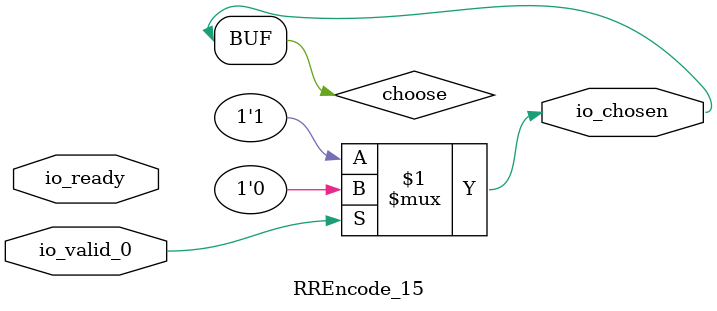
<source format=v>
module RREncode_15(
    input  io_valid_0,
    output io_chosen,
    input  io_ready);
  wire choose;
  assign io_chosen = choose;
  assign choose = io_valid_0 ? 1'h0 : 1'h1;
endmodule
</source>
